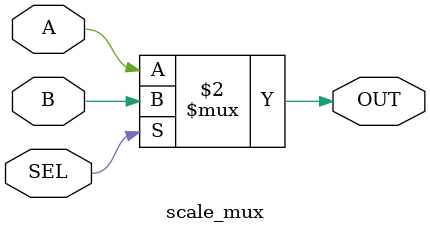
<source format=sv>
/*********************************************************************************************
 ***                                                                                       ***
 *** ECE 526L Experiment #5                                       Luis A Chavez, Fall 2016 ***
 ***                                                                                       ***
 *** Experiment #5 Scalable Multiplexer                                                    ***
 ***                                                                                       ***
 *********************************************************************************************
 *** Filename: scale_mux.sv                 Created by Luis A Chavez, on October 4th, 2016 ***
 ***                                                                                       ***
 *** Module implementing a scalable multiplexer                                            ***
 *********************************************************************************************/

`timescale 1ns/ 1ns

module scale_mux(OUT,A,B,SEL);
   //Port declarations
   parameter SIZE = 1;
   output reg [SIZE - 1 : 0] OUT;
   input [SIZE -1 : 0] 	     A;
   input [SIZE -1 : 0] 	     B;
   input 		     SEL;

   always @(SEL,A,B) begin
      OUT = SEL ? B : A;
   end

endmodule // scale_mux

</source>
